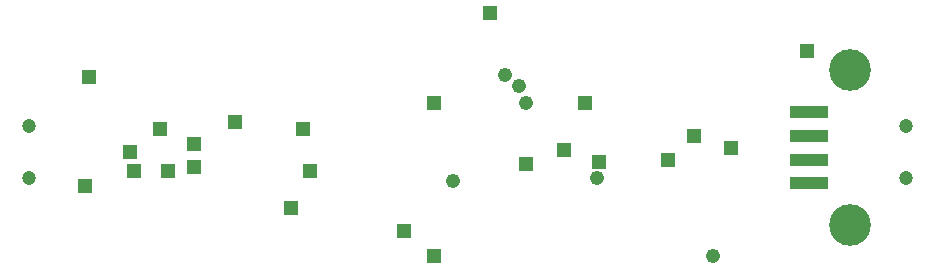
<source format=gbs>
G75*
G70*
%OFA0B0*%
%FSLAX24Y24*%
%IPPOS*%
%LPD*%
%AMOC8*
5,1,8,0,0,1.08239X$1,22.5*
%
%ADD10C,0.0474*%
%ADD11C,0.1390*%
%ADD12R,0.1261X0.0434*%
%ADD13R,0.0476X0.0476*%
%ADD14C,0.0476*%
D10*
X002396Y003238D03*
X002396Y004970D03*
X031607Y004970D03*
X031607Y003238D03*
D11*
X029734Y001660D03*
X029734Y006830D03*
D12*
X028376Y005426D03*
X028376Y004639D03*
X028376Y003851D03*
X028376Y003064D03*
D13*
X004253Y002979D03*
X005878Y003479D03*
X005753Y004104D03*
X006753Y004854D03*
X007878Y004354D03*
X007878Y003604D03*
X007003Y003479D03*
X009253Y005104D03*
X011503Y004854D03*
X011753Y003479D03*
X011128Y002229D03*
X014878Y001479D03*
X015876Y000623D03*
X018946Y003694D03*
X020206Y004166D03*
X021387Y003772D03*
X023671Y003851D03*
X024537Y004639D03*
X025797Y004245D03*
X028317Y007473D03*
X020915Y005741D03*
X017765Y008733D03*
X015876Y005741D03*
X004380Y006607D03*
D14*
X016506Y003143D03*
X018946Y005741D03*
X018710Y006292D03*
X018238Y006686D03*
X021309Y003221D03*
X025167Y000623D03*
M02*

</source>
